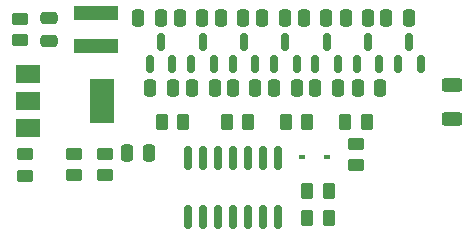
<source format=gtp>
G04 #@! TF.GenerationSoftware,KiCad,Pcbnew,5.99.0-unknown-50e22de3ba~95~ubuntu20.04.1*
G04 #@! TF.CreationDate,2021-01-23T19:03:27+09:00*
G04 #@! TF.ProjectId,OpenRover-4,4f70656e-526f-4766-9572-2d342e6b6963,rev?*
G04 #@! TF.SameCoordinates,Original*
G04 #@! TF.FileFunction,Paste,Top*
G04 #@! TF.FilePolarity,Positive*
%FSLAX46Y46*%
G04 Gerber Fmt 4.6, Leading zero omitted, Abs format (unit mm)*
G04 Created by KiCad (PCBNEW 5.99.0-unknown-50e22de3ba~95~ubuntu20.04.1) date 2021-01-23 19:03:27*
%MOMM*%
%LPD*%
G01*
G04 APERTURE LIST*
G04 Aperture macros list*
%AMRoundRect*
0 Rectangle with rounded corners*
0 $1 Rounding radius*
0 $2 $3 $4 $5 $6 $7 $8 $9 X,Y pos of 4 corners*
0 Add a 4 corners polygon primitive as box body*
4,1,4,$2,$3,$4,$5,$6,$7,$8,$9,$2,$3,0*
0 Add four circle primitives for the rounded corners*
1,1,$1+$1,$2,$3*
1,1,$1+$1,$4,$5*
1,1,$1+$1,$6,$7*
1,1,$1+$1,$8,$9*
0 Add four rect primitives between the rounded corners*
20,1,$1+$1,$2,$3,$4,$5,0*
20,1,$1+$1,$4,$5,$6,$7,0*
20,1,$1+$1,$6,$7,$8,$9,0*
20,1,$1+$1,$8,$9,$2,$3,0*%
G04 Aperture macros list end*
%ADD10RoundRect,0.250000X0.450000X-0.262500X0.450000X0.262500X-0.450000X0.262500X-0.450000X-0.262500X0*%
%ADD11RoundRect,0.250000X-0.250000X-0.475000X0.250000X-0.475000X0.250000X0.475000X-0.250000X0.475000X0*%
%ADD12RoundRect,0.150000X0.150000X-0.587500X0.150000X0.587500X-0.150000X0.587500X-0.150000X-0.587500X0*%
%ADD13RoundRect,0.250000X0.262500X0.450000X-0.262500X0.450000X-0.262500X-0.450000X0.262500X-0.450000X0*%
%ADD14R,0.600000X0.450000*%
%ADD15RoundRect,0.250000X-0.450000X0.262500X-0.450000X-0.262500X0.450000X-0.262500X0.450000X0.262500X0*%
%ADD16RoundRect,0.250000X-0.475000X0.250000X-0.475000X-0.250000X0.475000X-0.250000X0.475000X0.250000X0*%
%ADD17RoundRect,0.250000X-0.625000X0.312500X-0.625000X-0.312500X0.625000X-0.312500X0.625000X0.312500X0*%
%ADD18RoundRect,0.250100X-0.449900X0.262400X-0.449900X-0.262400X0.449900X-0.262400X0.449900X0.262400X0*%
%ADD19R,3.700000X1.200000*%
%ADD20RoundRect,0.250000X-0.262500X-0.450000X0.262500X-0.450000X0.262500X0.450000X-0.262500X0.450000X0*%
%ADD21RoundRect,0.150000X0.150000X-0.825000X0.150000X0.825000X-0.150000X0.825000X-0.150000X-0.825000X0*%
%ADD22R,2.000000X1.500000*%
%ADD23R,2.000000X3.800000*%
G04 APERTURE END LIST*
D10*
X128500000Y-72412500D03*
X128500000Y-70587500D03*
D11*
X145050000Y-59000000D03*
X146950000Y-59000000D03*
D12*
X156550000Y-62937500D03*
X158450000Y-62937500D03*
X157500000Y-61062500D03*
X142550000Y-62937500D03*
X144450000Y-62937500D03*
X143500000Y-61062500D03*
D11*
X152050000Y-59000000D03*
X153950000Y-59000000D03*
D12*
X139004000Y-62913500D03*
X140904000Y-62913500D03*
X139954000Y-61038500D03*
D11*
X137100000Y-70500000D03*
X139000000Y-70500000D03*
D13*
X152376500Y-67818000D03*
X150551500Y-67818000D03*
D11*
X148550000Y-59000000D03*
X150450000Y-59000000D03*
D13*
X157376500Y-67818000D03*
X155551500Y-67818000D03*
D12*
X149550000Y-62937500D03*
X151450000Y-62937500D03*
X150500000Y-61062500D03*
D14*
X151950000Y-70794000D03*
X154050000Y-70794000D03*
D15*
X135225000Y-70512500D03*
X135225000Y-72337500D03*
D12*
X153050000Y-62937500D03*
X154950000Y-62937500D03*
X154000000Y-61062500D03*
D16*
X130500000Y-59050000D03*
X130500000Y-60950000D03*
D11*
X153050000Y-65000000D03*
X154950000Y-65000000D03*
D17*
X164640000Y-64687500D03*
X164640000Y-67612500D03*
D11*
X138050000Y-59000000D03*
X139950000Y-59000000D03*
D18*
X156500000Y-69699500D03*
D15*
X156500000Y-71524500D03*
D11*
X139050000Y-65000000D03*
X140950000Y-65000000D03*
X149550000Y-65000000D03*
X151450000Y-65000000D03*
X146050000Y-65000000D03*
X147950000Y-65000000D03*
D19*
X134500000Y-58600000D03*
X134500000Y-61400000D03*
D20*
X140051500Y-67818000D03*
X141876500Y-67818000D03*
D11*
X156638000Y-65000000D03*
X158538000Y-65000000D03*
D21*
X142240000Y-75881000D03*
X143510000Y-75881000D03*
X144780000Y-75881000D03*
X146050000Y-75881000D03*
X147320000Y-75881000D03*
X148590000Y-75881000D03*
X149860000Y-75881000D03*
X149860000Y-70931000D03*
X148590000Y-70931000D03*
X147320000Y-70931000D03*
X146050000Y-70931000D03*
X144780000Y-70931000D03*
X143510000Y-70931000D03*
X142240000Y-70931000D03*
D10*
X128000000Y-60912500D03*
X128000000Y-59087500D03*
D13*
X147376500Y-67818000D03*
X145551500Y-67818000D03*
D20*
X152337500Y-75946000D03*
X154162500Y-75946000D03*
X152337500Y-73660000D03*
X154162500Y-73660000D03*
D11*
X155638000Y-59000000D03*
X157538000Y-59000000D03*
X142638000Y-65000000D03*
X144538000Y-65000000D03*
D22*
X128676000Y-63740000D03*
D23*
X134976000Y-66040000D03*
D22*
X128676000Y-66040000D03*
X128676000Y-68340000D03*
D12*
X160050000Y-62937500D03*
X161950000Y-62937500D03*
X161000000Y-61062500D03*
D11*
X159050000Y-59000000D03*
X160950000Y-59000000D03*
X141550000Y-59000000D03*
X143450000Y-59000000D03*
D15*
X132650000Y-70537500D03*
X132650000Y-72362500D03*
D12*
X146050000Y-62937500D03*
X147950000Y-62937500D03*
X147000000Y-61062500D03*
M02*

</source>
